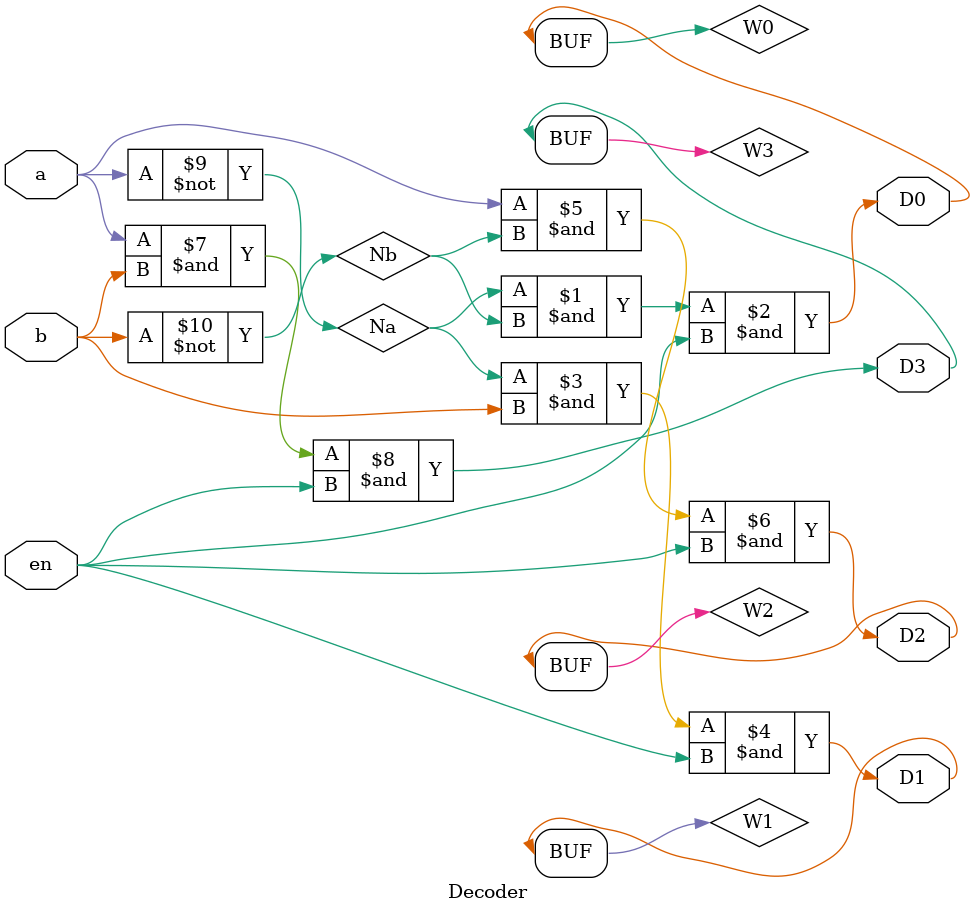
<source format=v>
module Decoder(input a, input b,input en, output D0,D1,D2,D3);
  wire Na,Nb;
  wire W0,W1,W2,W3;
  not(Na,a);
  not(Nb,b);
  and(W0,Na,Nb,en);
  and(W1,Na,b,en);
  and(W2,a,Nb,en);
  and(W3,a,b,en);
  assign D0=W0;
  assign D1=W1;
  assign D2=W2;
  assign D3=W3;
endmodule
</source>
